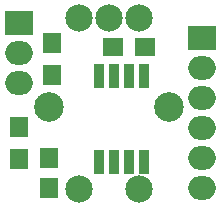
<source format=gts>
G04 #@! TF.FileFunction,Soldermask,Top*
%FSLAX46Y46*%
G04 Gerber Fmt 4.6, Leading zero omitted, Abs format (unit mm)*
G04 Created by KiCad (PCBNEW 4.0.1-stable) date 3/1/2016 8:27:16 PM*
%MOMM*%
G01*
G04 APERTURE LIST*
%ADD10C,0.150000*%
%ADD11R,1.604800X1.804800*%
%ADD12R,1.804800X1.604800*%
%ADD13C,2.304800*%
%ADD14C,2.504800*%
%ADD15R,1.554800X1.804800*%
%ADD16R,2.336800X2.032000*%
%ADD17O,2.336800X2.032000*%
%ADD18R,0.954800X2.004800*%
G04 APERTURE END LIST*
D10*
D11*
X42672000Y-44370000D03*
X42672000Y-47070000D03*
X45466000Y-37258000D03*
X45466000Y-39958000D03*
D12*
X50593000Y-37592000D03*
X53293000Y-37592000D03*
D13*
X47752000Y-35172000D03*
X50292000Y-35172000D03*
X52832000Y-35172000D03*
X52832000Y-49672000D03*
X47752000Y-49672000D03*
D14*
X45192000Y-42672000D03*
X55392000Y-42672000D03*
D15*
X45212000Y-47010000D03*
X45212000Y-49510000D03*
D16*
X58166000Y-36830000D03*
D17*
X58166000Y-39370000D03*
X58166000Y-41910000D03*
X58166000Y-44450000D03*
X58166000Y-46990000D03*
X58166000Y-49530000D03*
D16*
X42672000Y-35560000D03*
D17*
X42672000Y-38100000D03*
X42672000Y-40640000D03*
D18*
X49403000Y-47338000D03*
X50673000Y-47338000D03*
X51943000Y-47338000D03*
X53213000Y-47338000D03*
X53213000Y-40038000D03*
X51943000Y-40038000D03*
X50673000Y-40038000D03*
X49403000Y-40038000D03*
M02*

</source>
